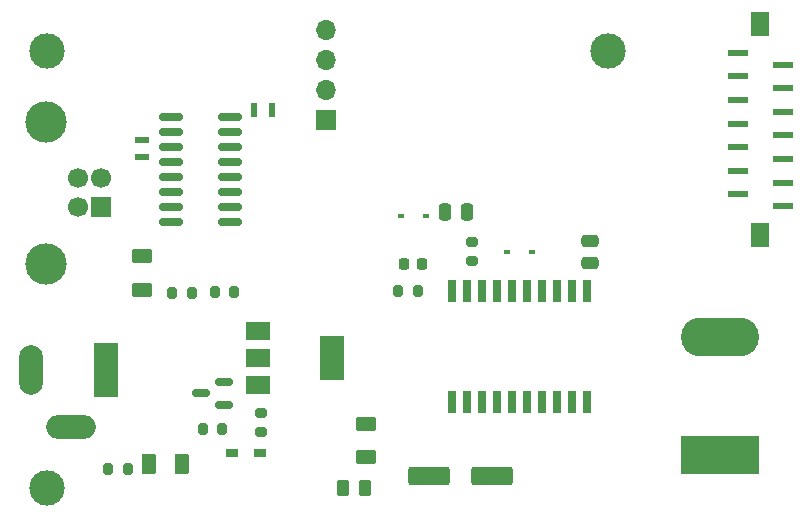
<source format=gts>
%TF.GenerationSoftware,KiCad,Pcbnew,(6.0.10)*%
%TF.CreationDate,2023-02-17T01:50:23+01:00*%
%TF.ProjectId,base,62617365-2e6b-4696-9361-645f70636258,rev?*%
%TF.SameCoordinates,Original*%
%TF.FileFunction,Soldermask,Top*%
%TF.FilePolarity,Negative*%
%FSLAX46Y46*%
G04 Gerber Fmt 4.6, Leading zero omitted, Abs format (unit mm)*
G04 Created by KiCad (PCBNEW (6.0.10)) date 2023-02-17 01:50:23*
%MOMM*%
%LPD*%
G01*
G04 APERTURE LIST*
G04 Aperture macros list*
%AMRoundRect*
0 Rectangle with rounded corners*
0 $1 Rounding radius*
0 $2 $3 $4 $5 $6 $7 $8 $9 X,Y pos of 4 corners*
0 Add a 4 corners polygon primitive as box body*
4,1,4,$2,$3,$4,$5,$6,$7,$8,$9,$2,$3,0*
0 Add four circle primitives for the rounded corners*
1,1,$1+$1,$2,$3*
1,1,$1+$1,$4,$5*
1,1,$1+$1,$6,$7*
1,1,$1+$1,$8,$9*
0 Add four rect primitives between the rounded corners*
20,1,$1+$1,$2,$3,$4,$5,0*
20,1,$1+$1,$4,$5,$6,$7,0*
20,1,$1+$1,$6,$7,$8,$9,0*
20,1,$1+$1,$8,$9,$2,$3,0*%
G04 Aperture macros list end*
%ADD10RoundRect,0.200000X0.200000X0.275000X-0.200000X0.275000X-0.200000X-0.275000X0.200000X-0.275000X0*%
%ADD11C,3.000000*%
%ADD12RoundRect,0.200000X0.275000X-0.200000X0.275000X0.200000X-0.275000X0.200000X-0.275000X-0.200000X0*%
%ADD13R,1.600000X2.000000*%
%ADD14R,1.750000X0.500000*%
%ADD15R,0.600000X0.450000*%
%ADD16R,0.500000X1.250000*%
%ADD17RoundRect,0.250000X-1.500000X-0.550000X1.500000X-0.550000X1.500000X0.550000X-1.500000X0.550000X0*%
%ADD18R,1.700000X1.700000*%
%ADD19C,1.700000*%
%ADD20C,3.500000*%
%ADD21RoundRect,0.200000X-0.200000X-0.275000X0.200000X-0.275000X0.200000X0.275000X-0.200000X0.275000X0*%
%ADD22RoundRect,0.250000X0.625000X-0.375000X0.625000X0.375000X-0.625000X0.375000X-0.625000X-0.375000X0*%
%ADD23RoundRect,0.250000X0.375000X0.625000X-0.375000X0.625000X-0.375000X-0.625000X0.375000X-0.625000X0*%
%ADD24RoundRect,0.250000X0.475000X-0.250000X0.475000X0.250000X-0.475000X0.250000X-0.475000X-0.250000X0*%
%ADD25R,6.600000X3.300000*%
%ADD26O,6.600000X3.300000*%
%ADD27RoundRect,0.150000X-0.825000X-0.150000X0.825000X-0.150000X0.825000X0.150000X-0.825000X0.150000X0*%
%ADD28R,1.250000X0.500000*%
%ADD29RoundRect,0.150000X0.587500X0.150000X-0.587500X0.150000X-0.587500X-0.150000X0.587500X-0.150000X0*%
%ADD30R,0.700000X1.925000*%
%ADD31RoundRect,0.200000X-0.275000X0.200000X-0.275000X-0.200000X0.275000X-0.200000X0.275000X0.200000X0*%
%ADD32R,2.000000X1.500000*%
%ADD33R,2.000000X3.800000*%
%ADD34R,2.000000X4.600000*%
%ADD35O,2.000000X4.200000*%
%ADD36O,4.200000X2.000000*%
%ADD37RoundRect,0.225000X-0.225000X-0.250000X0.225000X-0.250000X0.225000X0.250000X-0.225000X0.250000X0*%
%ADD38O,1.700000X1.700000*%
%ADD39R,1.000000X0.750000*%
%ADD40RoundRect,0.250000X0.250000X0.475000X-0.250000X0.475000X-0.250000X-0.475000X0.250000X-0.475000X0*%
%ADD41RoundRect,0.250000X-0.262500X-0.450000X0.262500X-0.450000X0.262500X0.450000X-0.262500X0.450000X0*%
G04 APERTURE END LIST*
D10*
%TO.C,R4*%
X128825000Y-104000000D03*
X127175000Y-104000000D03*
%TD*%
D11*
%TO.C,REF\u002A\u002A*%
X114000000Y-72000000D03*
%TD*%
D12*
%TO.C,R6*%
X150000000Y-89825000D03*
X150000000Y-88175000D03*
%TD*%
D13*
%TO.C,J4*%
X174400000Y-87550000D03*
X174400000Y-69750000D03*
D14*
X172525000Y-72150000D03*
X176275000Y-73150000D03*
X172525000Y-74150000D03*
X176275000Y-75150000D03*
X172525000Y-76150000D03*
X176275000Y-77150000D03*
X172525000Y-78150000D03*
X176275000Y-79150000D03*
X172525000Y-80150000D03*
X176275000Y-81150000D03*
X172525000Y-82150000D03*
X176275000Y-83150000D03*
X172525000Y-84150000D03*
X176275000Y-85150000D03*
%TD*%
D15*
%TO.C,D4*%
X146050000Y-86000000D03*
X143950000Y-86000000D03*
%TD*%
D16*
%TO.C,C3*%
X133000000Y-77000000D03*
X131500000Y-77000000D03*
%TD*%
D17*
%TO.C,C1*%
X146300000Y-108000000D03*
X151700000Y-108000000D03*
%TD*%
D18*
%TO.C,J2*%
X118577500Y-85250000D03*
D19*
X118577500Y-82750000D03*
X116577500Y-82750000D03*
X116577500Y-85250000D03*
D20*
X113867500Y-77980000D03*
X113867500Y-90020000D03*
%TD*%
D21*
%TO.C,R8*%
X119175000Y-107412500D03*
X120825000Y-107412500D03*
%TD*%
D22*
%TO.C,D1*%
X122000000Y-92200000D03*
X122000000Y-89400000D03*
%TD*%
D15*
%TO.C,D5*%
X155050000Y-89000000D03*
X152950000Y-89000000D03*
%TD*%
D23*
%TO.C,D6*%
X125400000Y-107000000D03*
X122600000Y-107000000D03*
%TD*%
D24*
%TO.C,C6*%
X160000000Y-89950000D03*
X160000000Y-88050000D03*
%TD*%
D11*
%TO.C,REF\u002A\u002A*%
X114000000Y-109000000D03*
%TD*%
D25*
%TO.C,J3*%
X171000000Y-106200000D03*
D26*
X171000000Y-96200000D03*
%TD*%
D10*
%TO.C,R1*%
X129825000Y-92412500D03*
X128175000Y-92412500D03*
%TD*%
D27*
%TO.C,U1*%
X124525000Y-77555000D03*
X124525000Y-78825000D03*
X124525000Y-80095000D03*
X124525000Y-81365000D03*
X124525000Y-82635000D03*
X124525000Y-83905000D03*
X124525000Y-85175000D03*
X124525000Y-86445000D03*
X129475000Y-86445000D03*
X129475000Y-85175000D03*
X129475000Y-83905000D03*
X129475000Y-82635000D03*
X129475000Y-81365000D03*
X129475000Y-80095000D03*
X129475000Y-78825000D03*
X129475000Y-77555000D03*
%TD*%
D10*
%TO.C,R2*%
X126262258Y-92477500D03*
X124612258Y-92477500D03*
%TD*%
D28*
%TO.C,C4*%
X122000000Y-81000000D03*
X122000000Y-79500000D03*
%TD*%
D29*
%TO.C,Q1*%
X128937500Y-101950000D03*
X128937500Y-100050000D03*
X127062500Y-101000000D03*
%TD*%
D30*
%TO.C,IC1*%
X148285000Y-101712000D03*
X149555000Y-101712000D03*
X150825000Y-101712000D03*
X152095000Y-101712000D03*
X153365000Y-101712000D03*
X154635000Y-101712000D03*
X155905000Y-101712000D03*
X157175000Y-101712000D03*
X158445000Y-101712000D03*
X159715000Y-101712000D03*
X159715000Y-92288000D03*
X158445000Y-92288000D03*
X157175000Y-92288000D03*
X155905000Y-92288000D03*
X154635000Y-92288000D03*
X153365000Y-92288000D03*
X152095000Y-92288000D03*
X150825000Y-92288000D03*
X149555000Y-92288000D03*
X148285000Y-92288000D03*
%TD*%
D31*
%TO.C,R3*%
X132110000Y-102619516D03*
X132110000Y-104269516D03*
%TD*%
D32*
%TO.C,U2*%
X131850000Y-95700000D03*
X131850000Y-98000000D03*
D33*
X138150000Y-98000000D03*
D32*
X131850000Y-100300000D03*
%TD*%
D34*
%TO.C,J1*%
X118950000Y-99000000D03*
D35*
X112650000Y-99000000D03*
D36*
X116050000Y-103800000D03*
%TD*%
D37*
%TO.C,C7*%
X144225000Y-90000000D03*
X145775000Y-90000000D03*
%TD*%
D22*
%TO.C,D3*%
X141000000Y-106400000D03*
X141000000Y-103600000D03*
%TD*%
D18*
%TO.C,J5*%
X137600000Y-77850000D03*
D38*
X137600000Y-75310000D03*
X137600000Y-72770000D03*
X137600000Y-70230000D03*
%TD*%
D11*
%TO.C,REF\u002A\u002A*%
X161500000Y-72000000D03*
%TD*%
D39*
%TO.C,D2*%
X132000000Y-106000000D03*
X129650000Y-106000000D03*
%TD*%
D40*
%TO.C,C5*%
X149586252Y-85620000D03*
X147686252Y-85620000D03*
%TD*%
D10*
%TO.C,R7*%
X145387742Y-92347500D03*
X143737742Y-92347500D03*
%TD*%
D41*
%TO.C,R5*%
X139087500Y-109000000D03*
X140912500Y-109000000D03*
%TD*%
M02*

</source>
